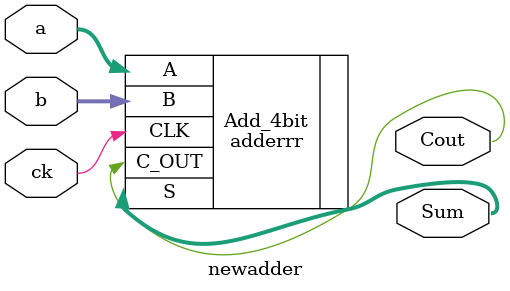
<source format=v>
`timescale 1ns / 1ps


module newadder(
    input [3:0] a,b,
    input ck,
    output [3:0] Sum,
    output Cout
    );
    adderrr Add_4bit (
      .A(a),          // input wire [3 : 0] A
      .B(b),          // input wire [3 : 0] B
      .CLK(ck),      // input wire CLK
      .C_OUT(Cout),  // output wire C_OUT
      .S(Sum)          // output wire [3 : 0] S
    );
endmodule

</source>
